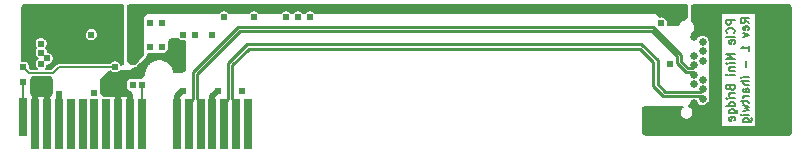
<source format=gbl>
G04 #@! TF.FileFunction,Copper,L4,Bot,Signal*
%FSLAX46Y46*%
G04 Gerber Fmt 4.6, Leading zero omitted, Abs format (unit mm)*
G04 Created by KiCad (PCBNEW 4.0.7) date Thursday, January 18, 2018 'PMt' 01:39:02 PM*
%MOMM*%
%LPD*%
G01*
G04 APERTURE LIST*
%ADD10C,0.100000*%
%ADD11C,0.152400*%
%ADD12C,1.204800*%
%ADD13C,0.672800*%
%ADD14R,0.700000X3.200000*%
%ADD15R,0.700000X4.300000*%
%ADD16C,0.609600*%
%ADD17C,0.500000*%
%ADD18C,0.203200*%
%ADD19C,0.236000*%
%ADD20C,0.235000*%
G04 APERTURE END LIST*
D10*
D11*
X60965467Y12249998D02*
X60265467Y12249998D01*
X60265467Y11983332D01*
X60298800Y11916665D01*
X60332133Y11883332D01*
X60398800Y11849998D01*
X60498800Y11849998D01*
X60565467Y11883332D01*
X60598800Y11916665D01*
X60632133Y11983332D01*
X60632133Y12249998D01*
X60898800Y11149998D02*
X60932133Y11183332D01*
X60965467Y11283332D01*
X60965467Y11349998D01*
X60932133Y11449998D01*
X60865467Y11516665D01*
X60798800Y11549998D01*
X60665467Y11583332D01*
X60565467Y11583332D01*
X60432133Y11549998D01*
X60365467Y11516665D01*
X60298800Y11449998D01*
X60265467Y11349998D01*
X60265467Y11283332D01*
X60298800Y11183332D01*
X60332133Y11149998D01*
X60965467Y10849998D02*
X60265467Y10849998D01*
X60932133Y10249999D02*
X60965467Y10316665D01*
X60965467Y10449999D01*
X60932133Y10516665D01*
X60865467Y10549999D01*
X60598800Y10549999D01*
X60532133Y10516665D01*
X60498800Y10449999D01*
X60498800Y10316665D01*
X60532133Y10249999D01*
X60598800Y10216665D01*
X60665467Y10216665D01*
X60732133Y10549999D01*
X60965467Y9383332D02*
X60265467Y9383332D01*
X60765467Y9149999D01*
X60265467Y8916666D01*
X60965467Y8916666D01*
X60965467Y8583332D02*
X60498800Y8583332D01*
X60265467Y8583332D02*
X60298800Y8616666D01*
X60332133Y8583332D01*
X60298800Y8549999D01*
X60265467Y8583332D01*
X60332133Y8583332D01*
X60498800Y8249999D02*
X60965467Y8249999D01*
X60565467Y8249999D02*
X60532133Y8216666D01*
X60498800Y8149999D01*
X60498800Y8049999D01*
X60532133Y7983333D01*
X60598800Y7949999D01*
X60965467Y7949999D01*
X60965467Y7616666D02*
X60498800Y7616666D01*
X60265467Y7616666D02*
X60298800Y7650000D01*
X60332133Y7616666D01*
X60298800Y7583333D01*
X60265467Y7616666D01*
X60332133Y7616666D01*
X60598800Y6516667D02*
X60632133Y6416667D01*
X60665467Y6383334D01*
X60732133Y6350000D01*
X60832133Y6350000D01*
X60898800Y6383334D01*
X60932133Y6416667D01*
X60965467Y6483334D01*
X60965467Y6750000D01*
X60265467Y6750000D01*
X60265467Y6516667D01*
X60298800Y6450000D01*
X60332133Y6416667D01*
X60398800Y6383334D01*
X60465467Y6383334D01*
X60532133Y6416667D01*
X60565467Y6450000D01*
X60598800Y6516667D01*
X60598800Y6750000D01*
X60965467Y6050000D02*
X60498800Y6050000D01*
X60632133Y6050000D02*
X60565467Y6016667D01*
X60532133Y5983334D01*
X60498800Y5916667D01*
X60498800Y5850000D01*
X60965467Y5616667D02*
X60498800Y5616667D01*
X60265467Y5616667D02*
X60298800Y5650001D01*
X60332133Y5616667D01*
X60298800Y5583334D01*
X60265467Y5616667D01*
X60332133Y5616667D01*
X60965467Y4983334D02*
X60265467Y4983334D01*
X60932133Y4983334D02*
X60965467Y5050001D01*
X60965467Y5183334D01*
X60932133Y5250001D01*
X60898800Y5283334D01*
X60832133Y5316668D01*
X60632133Y5316668D01*
X60565467Y5283334D01*
X60532133Y5250001D01*
X60498800Y5183334D01*
X60498800Y5050001D01*
X60532133Y4983334D01*
X60498800Y4350001D02*
X61065467Y4350001D01*
X61132133Y4383335D01*
X61165467Y4416668D01*
X61198800Y4483335D01*
X61198800Y4583335D01*
X61165467Y4650001D01*
X60932133Y4350001D02*
X60965467Y4416668D01*
X60965467Y4550001D01*
X60932133Y4616668D01*
X60898800Y4650001D01*
X60832133Y4683335D01*
X60632133Y4683335D01*
X60565467Y4650001D01*
X60532133Y4616668D01*
X60498800Y4550001D01*
X60498800Y4416668D01*
X60532133Y4350001D01*
X60932133Y3750002D02*
X60965467Y3816668D01*
X60965467Y3950002D01*
X60932133Y4016668D01*
X60865467Y4050002D01*
X60598800Y4050002D01*
X60532133Y4016668D01*
X60498800Y3950002D01*
X60498800Y3816668D01*
X60532133Y3750002D01*
X60598800Y3716668D01*
X60665467Y3716668D01*
X60732133Y4050002D01*
X62167867Y11983331D02*
X61834533Y12216665D01*
X62167867Y12383331D02*
X61467867Y12383331D01*
X61467867Y12116665D01*
X61501200Y12049998D01*
X61534533Y12016665D01*
X61601200Y11983331D01*
X61701200Y11983331D01*
X61767867Y12016665D01*
X61801200Y12049998D01*
X61834533Y12116665D01*
X61834533Y12383331D01*
X62134533Y11416665D02*
X62167867Y11483331D01*
X62167867Y11616665D01*
X62134533Y11683331D01*
X62067867Y11716665D01*
X61801200Y11716665D01*
X61734533Y11683331D01*
X61701200Y11616665D01*
X61701200Y11483331D01*
X61734533Y11416665D01*
X61801200Y11383331D01*
X61867867Y11383331D01*
X61934533Y11716665D01*
X61701200Y11149998D02*
X62167867Y10983331D01*
X61701200Y10816665D01*
X62167867Y9649999D02*
X62167867Y10049999D01*
X62167867Y9849999D02*
X61467867Y9849999D01*
X61567867Y9916665D01*
X61634533Y9983332D01*
X61667867Y10049999D01*
X61901200Y8816665D02*
X61901200Y8283332D01*
X62167867Y7416665D02*
X61701200Y7416665D01*
X61467867Y7416665D02*
X61501200Y7449999D01*
X61534533Y7416665D01*
X61501200Y7383332D01*
X61467867Y7416665D01*
X61534533Y7416665D01*
X62167867Y7083332D02*
X61467867Y7083332D01*
X62167867Y6783332D02*
X61801200Y6783332D01*
X61734533Y6816666D01*
X61701200Y6883332D01*
X61701200Y6983332D01*
X61734533Y7049999D01*
X61767867Y7083332D01*
X62167867Y6149999D02*
X61801200Y6149999D01*
X61734533Y6183333D01*
X61701200Y6249999D01*
X61701200Y6383333D01*
X61734533Y6449999D01*
X62134533Y6149999D02*
X62167867Y6216666D01*
X62167867Y6383333D01*
X62134533Y6449999D01*
X62067867Y6483333D01*
X62001200Y6483333D01*
X61934533Y6449999D01*
X61901200Y6383333D01*
X61901200Y6216666D01*
X61867867Y6149999D01*
X62167867Y5816666D02*
X61701200Y5816666D01*
X61834533Y5816666D02*
X61767867Y5783333D01*
X61734533Y5750000D01*
X61701200Y5683333D01*
X61701200Y5616666D01*
X61701200Y5483333D02*
X61701200Y5216667D01*
X61467867Y5383333D02*
X62067867Y5383333D01*
X62134533Y5350000D01*
X62167867Y5283333D01*
X62167867Y5216667D01*
X61701200Y5050000D02*
X62167867Y4916667D01*
X61834533Y4783333D01*
X62167867Y4650000D01*
X61701200Y4516667D01*
X62167867Y4250000D02*
X61701200Y4250000D01*
X61467867Y4250000D02*
X61501200Y4283334D01*
X61534533Y4250000D01*
X61501200Y4216667D01*
X61467867Y4250000D01*
X61534533Y4250000D01*
X61701200Y3616667D02*
X62267867Y3616667D01*
X62334533Y3650001D01*
X62367867Y3683334D01*
X62401200Y3750001D01*
X62401200Y3850001D01*
X62367867Y3916667D01*
X62134533Y3616667D02*
X62167867Y3683334D01*
X62167867Y3816667D01*
X62134533Y3883334D01*
X62101200Y3916667D01*
X62034533Y3950001D01*
X61834533Y3950001D01*
X61767867Y3916667D01*
X61734533Y3883334D01*
X61701200Y3816667D01*
X61701200Y3683334D01*
X61734533Y3616667D01*
D12*
X58140000Y3870000D03*
X58140000Y12130000D03*
X64090000Y12490000D03*
X64090000Y3510000D03*
D13*
X57550000Y10800000D03*
X58250000Y10400000D03*
X58250000Y9600000D03*
X58250000Y8800000D03*
X57550000Y9200000D03*
X57550000Y8400000D03*
X57550000Y7600000D03*
X57550000Y6800000D03*
X58250000Y7200000D03*
X58250000Y6400000D03*
X58250000Y5600000D03*
X57550000Y5200000D03*
D14*
X750000Y4000000D03*
D15*
X1750000Y3450000D03*
X2750000Y3450000D03*
X3750000Y3450000D03*
X4750000Y3450000D03*
X5750000Y3450000D03*
X6750000Y3450000D03*
X7750000Y3450000D03*
X8750000Y3450000D03*
X9750000Y3450000D03*
X10750000Y3450000D03*
X13750000Y3450000D03*
X14750000Y3450000D03*
X15750000Y3450000D03*
X16750000Y3450000D03*
X17750000Y3450000D03*
X18750000Y3450000D03*
X19750000Y3450000D03*
D16*
X54750000Y12000000D03*
X55500000Y4750000D03*
X19283410Y6250000D03*
X12500000Y10000000D03*
X11500000Y10000000D03*
X17250000Y6250000D03*
X14250000Y6250000D03*
X12500000Y12000000D03*
X11500000Y12000000D03*
X4750000Y12000000D03*
X3750000Y12000000D03*
X3750000Y10000000D03*
X4750000Y10000000D03*
X6750000Y6031802D03*
X3750000Y6000000D03*
X7500000Y11000000D03*
X16750000Y11000000D03*
X15250000Y11000000D03*
X17750000Y12500000D03*
X8500000Y8283410D03*
X750000Y8250000D03*
X750000Y7000000D03*
X25000000Y12500000D03*
X2750000Y7000000D03*
X1750000Y7000000D03*
X2750000Y6000000D03*
X1750000Y6000000D03*
X14000000Y10250000D03*
X14000000Y9500000D03*
X14000000Y8500000D03*
X13500000Y9000000D03*
X7750000Y7000000D03*
X7750000Y6031802D03*
X10750000Y6750000D03*
X23000000Y12500000D03*
X10000000Y6750000D03*
X20250000Y12500000D03*
X55750000Y12000000D03*
X55000000Y12750000D03*
X55750000Y12750000D03*
X56500000Y12750000D03*
X10000000Y8750000D03*
X10000000Y11000000D03*
X10000000Y10250000D03*
X10000000Y9500000D03*
X55462415Y8509890D03*
X2250000Y10250000D03*
X2250000Y9500000D03*
X2250000Y8500000D03*
X2750000Y9000000D03*
X24000000Y12500000D03*
X6500000Y11000000D03*
X14250000Y11000000D03*
D17*
X13750000Y3450000D02*
X13750000Y5803200D01*
X13750000Y5803200D02*
X14196800Y6250000D01*
X14196800Y6250000D02*
X14250000Y6250000D01*
X16750000Y3450000D02*
X16750000Y5803200D01*
X17196800Y6250000D02*
X17250000Y6250000D01*
X16750000Y5803200D02*
X17196800Y6250000D01*
X3750000Y3450000D02*
X3750000Y6000000D01*
D18*
X8500000Y8283410D02*
X3783410Y8283410D01*
X3783410Y8283410D02*
X3250000Y7750000D01*
X750000Y8250000D02*
X1250000Y7750000D01*
X1250000Y7750000D02*
X3250000Y7750000D01*
X750000Y4000000D02*
X750000Y7000000D01*
X2750000Y6000000D02*
X2750000Y7000000D01*
X1750000Y6000000D02*
X1750000Y7000000D01*
D17*
X2750000Y3450000D02*
X2750000Y6000000D01*
X1750000Y3450000D02*
X1750000Y6000000D01*
D18*
X9750000Y3450000D02*
X9750000Y5803200D01*
X9750000Y5803200D02*
X9521398Y6031802D01*
X9521398Y6031802D02*
X8521398Y6031802D01*
X8750000Y3450000D02*
X8750000Y5803200D01*
X8181052Y6031802D02*
X7750000Y6031802D01*
X8750000Y5803200D02*
X8521398Y6031802D01*
X8521398Y6031802D02*
X8181052Y6031802D01*
X10750000Y3450000D02*
X10750000Y6750000D01*
D19*
X15068500Y7825178D02*
X15068500Y5568500D01*
X54075178Y11681500D02*
X18924823Y11681499D01*
X56971815Y8181499D02*
X56431500Y8721814D01*
X56431500Y8721814D02*
X56431500Y9325178D01*
X57550000Y8400000D02*
X57331499Y8181499D01*
X57331499Y8181499D02*
X56971815Y8181499D01*
X56431500Y9325178D02*
X54075178Y11681500D01*
X18924823Y11681499D02*
X15068500Y7825178D01*
X14750000Y5250000D02*
X14750000Y3450000D01*
X15068500Y5568500D02*
X14750000Y5250000D01*
D20*
X15431500Y6624822D02*
X15431500Y7674822D01*
D19*
X56068500Y8571458D02*
X56068500Y9174822D01*
X57550000Y7600000D02*
X57331499Y7818501D01*
X56068500Y9174822D02*
X53924822Y11318500D01*
X57331499Y7818501D02*
X56821457Y7818501D01*
X53924822Y11318500D02*
X19075179Y11318501D01*
X56821457Y7818501D02*
X56068500Y8571458D01*
X19075179Y11318501D02*
X15431500Y7674822D01*
X15431500Y6624822D02*
X15431500Y5568500D01*
X15750000Y5250000D02*
X15750000Y3450000D01*
X15431500Y5568500D02*
X15750000Y5250000D01*
X58031499Y6181499D02*
X58250000Y6400000D01*
X55075179Y6181499D02*
X58031499Y6181499D01*
X17750000Y3450000D02*
X17750000Y5250000D01*
X17750000Y5250000D02*
X18068500Y5568500D01*
X18068500Y5568500D02*
X18068500Y8575178D01*
X18068500Y8575178D02*
X19674822Y10181500D01*
X54431500Y8825178D02*
X54431500Y6825178D01*
X54431500Y6825178D02*
X55075179Y6181499D01*
X19674822Y10181500D02*
X53075178Y10181500D01*
X53075178Y10181500D02*
X54431500Y8825178D01*
D20*
X18431500Y8424822D02*
X18431500Y7374822D01*
D19*
X58250000Y5600000D02*
X58031499Y5818501D01*
X58031499Y5818501D02*
X54924821Y5818501D01*
X54068500Y8674822D02*
X52924822Y9818500D01*
X54068500Y6674822D02*
X54068500Y8674822D01*
X54924821Y5818501D02*
X54068500Y6674822D01*
X18750000Y5250000D02*
X18750000Y3450000D01*
X52924822Y9818500D02*
X19825178Y9818500D01*
X19825178Y9818500D02*
X18431500Y8424822D01*
X18431500Y5568500D02*
X18750000Y5250000D01*
X18431500Y7374822D02*
X18431500Y5568500D01*
D18*
G36*
X13886078Y10572393D02*
X13976065Y10509851D01*
X14076486Y10465978D01*
X14183516Y10442446D01*
X14293078Y10440151D01*
X14397715Y10458601D01*
X14398400Y10457916D01*
X14398400Y8042084D01*
X14207916Y7851600D01*
X13515597Y7851600D01*
X13513502Y7870280D01*
X13504375Y7913216D01*
X13495861Y7956220D01*
X13493862Y7962676D01*
X13446652Y8111501D01*
X13429372Y8151817D01*
X13412655Y8192377D01*
X13409441Y8198322D01*
X13334224Y8335142D01*
X13309450Y8371324D01*
X13285164Y8407877D01*
X13280856Y8413084D01*
X13180496Y8532688D01*
X13149148Y8563387D01*
X13118244Y8594507D01*
X13113007Y8598778D01*
X12991327Y8696611D01*
X12954602Y8720643D01*
X12918253Y8745161D01*
X12912286Y8748334D01*
X12773920Y8820670D01*
X12733219Y8837114D01*
X12692810Y8854101D01*
X12686340Y8856055D01*
X12536559Y8900138D01*
X12493461Y8908359D01*
X12450498Y8917179D01*
X12443774Y8917838D01*
X12443772Y8917838D01*
X12288282Y8931989D01*
X12244414Y8931682D01*
X12200546Y8931989D01*
X12193821Y8931329D01*
X12038544Y8915008D01*
X11995615Y8906196D01*
X11952486Y8897969D01*
X11946017Y8896015D01*
X11796867Y8849846D01*
X11756419Y8832844D01*
X11715752Y8816413D01*
X11709792Y8813244D01*
X11709788Y8813242D01*
X11709785Y8813240D01*
X11572443Y8738979D01*
X11536072Y8714447D01*
X11499370Y8690430D01*
X11494133Y8686159D01*
X11373830Y8586636D01*
X11342909Y8555498D01*
X11311577Y8524816D01*
X11307269Y8519608D01*
X11208589Y8398615D01*
X11184310Y8362071D01*
X11159531Y8325883D01*
X11156317Y8319938D01*
X11083017Y8182081D01*
X11066321Y8141574D01*
X11049018Y8101203D01*
X11047020Y8094747D01*
X11001893Y7945277D01*
X10993376Y7902263D01*
X10984252Y7859339D01*
X10983546Y7852617D01*
X10968310Y7697231D01*
X10968310Y7676932D01*
X10966047Y7656758D01*
X10966000Y7650000D01*
X10966000Y7609684D01*
X10707916Y7351600D01*
X9750000Y7351600D01*
X9721695Y7347578D01*
X9695631Y7335829D01*
X9678158Y7321842D01*
X9428158Y7071842D01*
X9410988Y7048983D01*
X9400865Y7022245D01*
X9398400Y7000000D01*
X9398400Y6500000D01*
X9402422Y6471695D01*
X9414171Y6445631D01*
X9428158Y6428158D01*
X9898400Y5957916D01*
X9898400Y5351600D01*
X9601600Y5351600D01*
X9601600Y5750000D01*
X9597578Y5778305D01*
X9585829Y5804369D01*
X9567284Y5826128D01*
X9543411Y5841859D01*
X9516102Y5850316D01*
X9500000Y5851600D01*
X9000000Y5851600D01*
X8971695Y5847578D01*
X8945631Y5835829D01*
X8923872Y5817284D01*
X8908141Y5793411D01*
X8899684Y5766102D01*
X8898400Y5750000D01*
X8898400Y5351600D01*
X8601600Y5351600D01*
X8601600Y5750000D01*
X8597578Y5778305D01*
X8585829Y5804369D01*
X8567284Y5826128D01*
X8543411Y5841859D01*
X8516102Y5850316D01*
X8500000Y5851600D01*
X8125529Y5851600D01*
X8100000Y5855228D01*
X7538456Y5855228D01*
X7351600Y6042084D01*
X7351600Y7207916D01*
X8042084Y7898400D01*
X8094943Y7898400D01*
X8136078Y7855803D01*
X8226065Y7793261D01*
X8326486Y7749388D01*
X8433516Y7725856D01*
X8543078Y7723561D01*
X8651000Y7742590D01*
X8753170Y7782219D01*
X8845696Y7840939D01*
X8906036Y7898400D01*
X9750000Y7898400D01*
X9778305Y7902422D01*
X9804369Y7914171D01*
X9821842Y7928158D01*
X10089684Y8196000D01*
X10200000Y8196000D01*
X10295578Y8214669D01*
X10379605Y8270395D01*
X11179605Y9070395D01*
X11233988Y9151180D01*
X11254000Y9250000D01*
X11254000Y9360316D01*
X11292084Y9398400D01*
X12750000Y9398400D01*
X12778305Y9402422D01*
X12804369Y9414171D01*
X12821842Y9428158D01*
X13071842Y9678158D01*
X13089012Y9701017D01*
X13099135Y9727755D01*
X13101600Y9750000D01*
X13101600Y10457916D01*
X13292084Y10648400D01*
X13812679Y10648400D01*
X13886078Y10572393D01*
X13886078Y10572393D01*
G37*
X13886078Y10572393D02*
X13976065Y10509851D01*
X14076486Y10465978D01*
X14183516Y10442446D01*
X14293078Y10440151D01*
X14397715Y10458601D01*
X14398400Y10457916D01*
X14398400Y8042084D01*
X14207916Y7851600D01*
X13515597Y7851600D01*
X13513502Y7870280D01*
X13504375Y7913216D01*
X13495861Y7956220D01*
X13493862Y7962676D01*
X13446652Y8111501D01*
X13429372Y8151817D01*
X13412655Y8192377D01*
X13409441Y8198322D01*
X13334224Y8335142D01*
X13309450Y8371324D01*
X13285164Y8407877D01*
X13280856Y8413084D01*
X13180496Y8532688D01*
X13149148Y8563387D01*
X13118244Y8594507D01*
X13113007Y8598778D01*
X12991327Y8696611D01*
X12954602Y8720643D01*
X12918253Y8745161D01*
X12912286Y8748334D01*
X12773920Y8820670D01*
X12733219Y8837114D01*
X12692810Y8854101D01*
X12686340Y8856055D01*
X12536559Y8900138D01*
X12493461Y8908359D01*
X12450498Y8917179D01*
X12443774Y8917838D01*
X12443772Y8917838D01*
X12288282Y8931989D01*
X12244414Y8931682D01*
X12200546Y8931989D01*
X12193821Y8931329D01*
X12038544Y8915008D01*
X11995615Y8906196D01*
X11952486Y8897969D01*
X11946017Y8896015D01*
X11796867Y8849846D01*
X11756419Y8832844D01*
X11715752Y8816413D01*
X11709792Y8813244D01*
X11709788Y8813242D01*
X11709785Y8813240D01*
X11572443Y8738979D01*
X11536072Y8714447D01*
X11499370Y8690430D01*
X11494133Y8686159D01*
X11373830Y8586636D01*
X11342909Y8555498D01*
X11311577Y8524816D01*
X11307269Y8519608D01*
X11208589Y8398615D01*
X11184310Y8362071D01*
X11159531Y8325883D01*
X11156317Y8319938D01*
X11083017Y8182081D01*
X11066321Y8141574D01*
X11049018Y8101203D01*
X11047020Y8094747D01*
X11001893Y7945277D01*
X10993376Y7902263D01*
X10984252Y7859339D01*
X10983546Y7852617D01*
X10968310Y7697231D01*
X10968310Y7676932D01*
X10966047Y7656758D01*
X10966000Y7650000D01*
X10966000Y7609684D01*
X10707916Y7351600D01*
X9750000Y7351600D01*
X9721695Y7347578D01*
X9695631Y7335829D01*
X9678158Y7321842D01*
X9428158Y7071842D01*
X9410988Y7048983D01*
X9400865Y7022245D01*
X9398400Y7000000D01*
X9398400Y6500000D01*
X9402422Y6471695D01*
X9414171Y6445631D01*
X9428158Y6428158D01*
X9898400Y5957916D01*
X9898400Y5351600D01*
X9601600Y5351600D01*
X9601600Y5750000D01*
X9597578Y5778305D01*
X9585829Y5804369D01*
X9567284Y5826128D01*
X9543411Y5841859D01*
X9516102Y5850316D01*
X9500000Y5851600D01*
X9000000Y5851600D01*
X8971695Y5847578D01*
X8945631Y5835829D01*
X8923872Y5817284D01*
X8908141Y5793411D01*
X8899684Y5766102D01*
X8898400Y5750000D01*
X8898400Y5351600D01*
X8601600Y5351600D01*
X8601600Y5750000D01*
X8597578Y5778305D01*
X8585829Y5804369D01*
X8567284Y5826128D01*
X8543411Y5841859D01*
X8516102Y5850316D01*
X8500000Y5851600D01*
X8125529Y5851600D01*
X8100000Y5855228D01*
X7538456Y5855228D01*
X7351600Y6042084D01*
X7351600Y7207916D01*
X8042084Y7898400D01*
X8094943Y7898400D01*
X8136078Y7855803D01*
X8226065Y7793261D01*
X8326486Y7749388D01*
X8433516Y7725856D01*
X8543078Y7723561D01*
X8651000Y7742590D01*
X8753170Y7782219D01*
X8845696Y7840939D01*
X8906036Y7898400D01*
X9750000Y7898400D01*
X9778305Y7902422D01*
X9804369Y7914171D01*
X9821842Y7928158D01*
X10089684Y8196000D01*
X10200000Y8196000D01*
X10295578Y8214669D01*
X10379605Y8270395D01*
X11179605Y9070395D01*
X11233988Y9151180D01*
X11254000Y9250000D01*
X11254000Y9360316D01*
X11292084Y9398400D01*
X12750000Y9398400D01*
X12778305Y9402422D01*
X12804369Y9414171D01*
X12821842Y9428158D01*
X13071842Y9678158D01*
X13089012Y9701017D01*
X13099135Y9727755D01*
X13101600Y9750000D01*
X13101600Y10457916D01*
X13292084Y10648400D01*
X13812679Y10648400D01*
X13886078Y10572393D01*
G36*
X3148400Y7207916D02*
X3148400Y6042084D01*
X2957916Y5851600D01*
X1542084Y5851600D01*
X1351600Y6042084D01*
X1351600Y7207916D01*
X1538084Y7394400D01*
X2961916Y7394400D01*
X3148400Y7207916D01*
X3148400Y7207916D01*
G37*
X3148400Y7207916D02*
X3148400Y6042084D01*
X2957916Y5851600D01*
X1542084Y5851600D01*
X1351600Y6042084D01*
X1351600Y7207916D01*
X1538084Y7394400D01*
X2961916Y7394400D01*
X3148400Y7207916D01*
G36*
X56898400Y13457916D02*
X56898400Y12542084D01*
X56642675Y12286359D01*
X56550623Y12249168D01*
X56430996Y12170886D01*
X56328852Y12070859D01*
X56248082Y11952898D01*
X56202227Y11845911D01*
X56157916Y11801600D01*
X55342084Y11801600D01*
X55289856Y11853828D01*
X55307076Y11929625D01*
X55308824Y12054793D01*
X55287539Y12162293D01*
X55245779Y12263610D01*
X55185134Y12354887D01*
X55107916Y12432646D01*
X55017065Y12493926D01*
X54916041Y12536393D01*
X54808693Y12558428D01*
X54699109Y12559193D01*
X54602853Y12540831D01*
X54321842Y12821842D01*
X54298983Y12839012D01*
X54272245Y12849135D01*
X54250000Y12851600D01*
X25437318Y12851600D01*
X25435134Y12854887D01*
X25357916Y12932646D01*
X25267065Y12993926D01*
X25166041Y13036393D01*
X25058693Y13058428D01*
X24949109Y13059193D01*
X24841464Y13038659D01*
X24739857Y12997607D01*
X24648159Y12937601D01*
X24569863Y12860928D01*
X24563476Y12851600D01*
X24437318Y12851600D01*
X24435134Y12854887D01*
X24357916Y12932646D01*
X24267065Y12993926D01*
X24166041Y13036393D01*
X24058693Y13058428D01*
X23949109Y13059193D01*
X23841464Y13038659D01*
X23739857Y12997607D01*
X23648159Y12937601D01*
X23569863Y12860928D01*
X23563476Y12851600D01*
X23437318Y12851600D01*
X23435134Y12854887D01*
X23357916Y12932646D01*
X23267065Y12993926D01*
X23166041Y13036393D01*
X23058693Y13058428D01*
X22949109Y13059193D01*
X22841464Y13038659D01*
X22739857Y12997607D01*
X22648159Y12937601D01*
X22569863Y12860928D01*
X22563476Y12851600D01*
X20687318Y12851600D01*
X20685134Y12854887D01*
X20607916Y12932646D01*
X20517065Y12993926D01*
X20416041Y13036393D01*
X20308693Y13058428D01*
X20199109Y13059193D01*
X20091464Y13038659D01*
X19989857Y12997607D01*
X19898159Y12937601D01*
X19819863Y12860928D01*
X19813476Y12851600D01*
X18187318Y12851600D01*
X18185134Y12854887D01*
X18107916Y12932646D01*
X18017065Y12993926D01*
X17916041Y13036393D01*
X17808693Y13058428D01*
X17699109Y13059193D01*
X17591464Y13038659D01*
X17489857Y12997607D01*
X17398159Y12937601D01*
X17319863Y12860928D01*
X17313476Y12851600D01*
X11250000Y12851600D01*
X11221695Y12847578D01*
X11195631Y12835829D01*
X11178158Y12821842D01*
X10928158Y12571842D01*
X10910988Y12548983D01*
X10900865Y12522245D01*
X10898400Y12500000D01*
X10898400Y9292084D01*
X10157916Y8551600D01*
X9842084Y8551600D01*
X9601600Y8792084D01*
X9601600Y13457916D01*
X9659684Y13516000D01*
X56840316Y13516000D01*
X56898400Y13457916D01*
X56898400Y13457916D01*
G37*
X56898400Y13457916D02*
X56898400Y12542084D01*
X56642675Y12286359D01*
X56550623Y12249168D01*
X56430996Y12170886D01*
X56328852Y12070859D01*
X56248082Y11952898D01*
X56202227Y11845911D01*
X56157916Y11801600D01*
X55342084Y11801600D01*
X55289856Y11853828D01*
X55307076Y11929625D01*
X55308824Y12054793D01*
X55287539Y12162293D01*
X55245779Y12263610D01*
X55185134Y12354887D01*
X55107916Y12432646D01*
X55017065Y12493926D01*
X54916041Y12536393D01*
X54808693Y12558428D01*
X54699109Y12559193D01*
X54602853Y12540831D01*
X54321842Y12821842D01*
X54298983Y12839012D01*
X54272245Y12849135D01*
X54250000Y12851600D01*
X25437318Y12851600D01*
X25435134Y12854887D01*
X25357916Y12932646D01*
X25267065Y12993926D01*
X25166041Y13036393D01*
X25058693Y13058428D01*
X24949109Y13059193D01*
X24841464Y13038659D01*
X24739857Y12997607D01*
X24648159Y12937601D01*
X24569863Y12860928D01*
X24563476Y12851600D01*
X24437318Y12851600D01*
X24435134Y12854887D01*
X24357916Y12932646D01*
X24267065Y12993926D01*
X24166041Y13036393D01*
X24058693Y13058428D01*
X23949109Y13059193D01*
X23841464Y13038659D01*
X23739857Y12997607D01*
X23648159Y12937601D01*
X23569863Y12860928D01*
X23563476Y12851600D01*
X23437318Y12851600D01*
X23435134Y12854887D01*
X23357916Y12932646D01*
X23267065Y12993926D01*
X23166041Y13036393D01*
X23058693Y13058428D01*
X22949109Y13059193D01*
X22841464Y13038659D01*
X22739857Y12997607D01*
X22648159Y12937601D01*
X22569863Y12860928D01*
X22563476Y12851600D01*
X20687318Y12851600D01*
X20685134Y12854887D01*
X20607916Y12932646D01*
X20517065Y12993926D01*
X20416041Y13036393D01*
X20308693Y13058428D01*
X20199109Y13059193D01*
X20091464Y13038659D01*
X19989857Y12997607D01*
X19898159Y12937601D01*
X19819863Y12860928D01*
X19813476Y12851600D01*
X18187318Y12851600D01*
X18185134Y12854887D01*
X18107916Y12932646D01*
X18017065Y12993926D01*
X17916041Y13036393D01*
X17808693Y13058428D01*
X17699109Y13059193D01*
X17591464Y13038659D01*
X17489857Y12997607D01*
X17398159Y12937601D01*
X17319863Y12860928D01*
X17313476Y12851600D01*
X11250000Y12851600D01*
X11221695Y12847578D01*
X11195631Y12835829D01*
X11178158Y12821842D01*
X10928158Y12571842D01*
X10910988Y12548983D01*
X10900865Y12522245D01*
X10898400Y12500000D01*
X10898400Y9292084D01*
X10157916Y8551600D01*
X9842084Y8551600D01*
X9601600Y8792084D01*
X9601600Y13457916D01*
X9659684Y13516000D01*
X56840316Y13516000D01*
X56898400Y13457916D01*
G36*
X9148400Y13457916D02*
X9148400Y8542084D01*
X9039932Y8433616D01*
X9037539Y8445703D01*
X8995779Y8547020D01*
X8935134Y8638297D01*
X8857916Y8716056D01*
X8767065Y8777336D01*
X8666041Y8819803D01*
X8558693Y8841838D01*
X8449109Y8842603D01*
X8341464Y8822069D01*
X8239857Y8781017D01*
X8148159Y8721011D01*
X8069863Y8644338D01*
X8066215Y8639010D01*
X3783410Y8639010D01*
X3750688Y8635802D01*
X3717997Y8632942D01*
X3716202Y8632421D01*
X3714340Y8632238D01*
X3682874Y8622738D01*
X3651352Y8613580D01*
X3649693Y8612720D01*
X3647901Y8612179D01*
X3618852Y8596733D01*
X3589737Y8581641D01*
X3588279Y8580477D01*
X3586624Y8579597D01*
X3561116Y8558793D01*
X3535499Y8538343D01*
X3532897Y8535778D01*
X3532842Y8535733D01*
X3532800Y8535682D01*
X3531963Y8534857D01*
X3102706Y8105600D01*
X2646176Y8105600D01*
X2675056Y8133102D01*
X2738225Y8222650D01*
X2782798Y8322762D01*
X2807076Y8429625D01*
X2807258Y8442651D01*
X2901000Y8459180D01*
X3003170Y8498809D01*
X3095696Y8557529D01*
X3175056Y8633102D01*
X3238225Y8722650D01*
X3282798Y8822762D01*
X3307076Y8929625D01*
X3308824Y9054793D01*
X3287539Y9162293D01*
X3245779Y9263610D01*
X3185134Y9354887D01*
X3107916Y9432646D01*
X3017065Y9493926D01*
X2916041Y9536393D01*
X2808693Y9558428D01*
X2808103Y9558432D01*
X2787539Y9662293D01*
X2745779Y9763610D01*
X2685134Y9854887D01*
X2665835Y9874321D01*
X2675056Y9883102D01*
X2738225Y9972650D01*
X2782798Y10072762D01*
X2807076Y10179625D01*
X2808824Y10304793D01*
X2787539Y10412293D01*
X2745779Y10513610D01*
X2685134Y10604887D01*
X2607916Y10682646D01*
X2517065Y10743926D01*
X2416041Y10786393D01*
X2308693Y10808428D01*
X2199109Y10809193D01*
X2091464Y10788659D01*
X1989857Y10747607D01*
X1898159Y10687601D01*
X1819863Y10610928D01*
X1757950Y10520507D01*
X1714780Y10419782D01*
X1691995Y10312590D01*
X1690465Y10203015D01*
X1710248Y10095229D01*
X1750589Y9993338D01*
X1809953Y9901223D01*
X1834769Y9875525D01*
X1819863Y9860928D01*
X1757950Y9770507D01*
X1714780Y9669782D01*
X1691995Y9562590D01*
X1690465Y9453015D01*
X1710248Y9345229D01*
X1750589Y9243338D01*
X1809953Y9151223D01*
X1886078Y9072393D01*
X1976065Y9009851D01*
X1997252Y9000595D01*
X1989857Y8997607D01*
X1898159Y8937601D01*
X1819863Y8860928D01*
X1757950Y8770507D01*
X1714780Y8669782D01*
X1691995Y8562590D01*
X1690465Y8453015D01*
X1710248Y8345229D01*
X1750589Y8243338D01*
X1809953Y8151223D01*
X1854010Y8105600D01*
X1397294Y8105600D01*
X1307299Y8195595D01*
X1308824Y8304793D01*
X1287539Y8412293D01*
X1245779Y8513610D01*
X1185134Y8604887D01*
X1107916Y8682646D01*
X1017065Y8743926D01*
X916041Y8786393D01*
X808693Y8808428D01*
X699109Y8809193D01*
X591464Y8788659D01*
X584000Y8785643D01*
X584000Y10953015D01*
X5940465Y10953015D01*
X5960248Y10845229D01*
X6000589Y10743338D01*
X6059953Y10651223D01*
X6136078Y10572393D01*
X6226065Y10509851D01*
X6326486Y10465978D01*
X6433516Y10442446D01*
X6543078Y10440151D01*
X6651000Y10459180D01*
X6753170Y10498809D01*
X6845696Y10557529D01*
X6925056Y10633102D01*
X6988225Y10722650D01*
X7032798Y10822762D01*
X7057076Y10929625D01*
X7058824Y11054793D01*
X7037539Y11162293D01*
X6995779Y11263610D01*
X6935134Y11354887D01*
X6857916Y11432646D01*
X6767065Y11493926D01*
X6666041Y11536393D01*
X6558693Y11558428D01*
X6449109Y11559193D01*
X6341464Y11538659D01*
X6239857Y11497607D01*
X6148159Y11437601D01*
X6069863Y11360928D01*
X6007950Y11270507D01*
X5964780Y11169782D01*
X5941995Y11062590D01*
X5940465Y10953015D01*
X584000Y10953015D01*
X584000Y13299520D01*
X800480Y13516000D01*
X9090316Y13516000D01*
X9148400Y13457916D01*
X9148400Y13457916D01*
G37*
X9148400Y13457916D02*
X9148400Y8542084D01*
X9039932Y8433616D01*
X9037539Y8445703D01*
X8995779Y8547020D01*
X8935134Y8638297D01*
X8857916Y8716056D01*
X8767065Y8777336D01*
X8666041Y8819803D01*
X8558693Y8841838D01*
X8449109Y8842603D01*
X8341464Y8822069D01*
X8239857Y8781017D01*
X8148159Y8721011D01*
X8069863Y8644338D01*
X8066215Y8639010D01*
X3783410Y8639010D01*
X3750688Y8635802D01*
X3717997Y8632942D01*
X3716202Y8632421D01*
X3714340Y8632238D01*
X3682874Y8622738D01*
X3651352Y8613580D01*
X3649693Y8612720D01*
X3647901Y8612179D01*
X3618852Y8596733D01*
X3589737Y8581641D01*
X3588279Y8580477D01*
X3586624Y8579597D01*
X3561116Y8558793D01*
X3535499Y8538343D01*
X3532897Y8535778D01*
X3532842Y8535733D01*
X3532800Y8535682D01*
X3531963Y8534857D01*
X3102706Y8105600D01*
X2646176Y8105600D01*
X2675056Y8133102D01*
X2738225Y8222650D01*
X2782798Y8322762D01*
X2807076Y8429625D01*
X2807258Y8442651D01*
X2901000Y8459180D01*
X3003170Y8498809D01*
X3095696Y8557529D01*
X3175056Y8633102D01*
X3238225Y8722650D01*
X3282798Y8822762D01*
X3307076Y8929625D01*
X3308824Y9054793D01*
X3287539Y9162293D01*
X3245779Y9263610D01*
X3185134Y9354887D01*
X3107916Y9432646D01*
X3017065Y9493926D01*
X2916041Y9536393D01*
X2808693Y9558428D01*
X2808103Y9558432D01*
X2787539Y9662293D01*
X2745779Y9763610D01*
X2685134Y9854887D01*
X2665835Y9874321D01*
X2675056Y9883102D01*
X2738225Y9972650D01*
X2782798Y10072762D01*
X2807076Y10179625D01*
X2808824Y10304793D01*
X2787539Y10412293D01*
X2745779Y10513610D01*
X2685134Y10604887D01*
X2607916Y10682646D01*
X2517065Y10743926D01*
X2416041Y10786393D01*
X2308693Y10808428D01*
X2199109Y10809193D01*
X2091464Y10788659D01*
X1989857Y10747607D01*
X1898159Y10687601D01*
X1819863Y10610928D01*
X1757950Y10520507D01*
X1714780Y10419782D01*
X1691995Y10312590D01*
X1690465Y10203015D01*
X1710248Y10095229D01*
X1750589Y9993338D01*
X1809953Y9901223D01*
X1834769Y9875525D01*
X1819863Y9860928D01*
X1757950Y9770507D01*
X1714780Y9669782D01*
X1691995Y9562590D01*
X1690465Y9453015D01*
X1710248Y9345229D01*
X1750589Y9243338D01*
X1809953Y9151223D01*
X1886078Y9072393D01*
X1976065Y9009851D01*
X1997252Y9000595D01*
X1989857Y8997607D01*
X1898159Y8937601D01*
X1819863Y8860928D01*
X1757950Y8770507D01*
X1714780Y8669782D01*
X1691995Y8562590D01*
X1690465Y8453015D01*
X1710248Y8345229D01*
X1750589Y8243338D01*
X1809953Y8151223D01*
X1854010Y8105600D01*
X1397294Y8105600D01*
X1307299Y8195595D01*
X1308824Y8304793D01*
X1287539Y8412293D01*
X1245779Y8513610D01*
X1185134Y8604887D01*
X1107916Y8682646D01*
X1017065Y8743926D01*
X916041Y8786393D01*
X808693Y8808428D01*
X699109Y8809193D01*
X591464Y8788659D01*
X584000Y8785643D01*
X584000Y10953015D01*
X5940465Y10953015D01*
X5960248Y10845229D01*
X6000589Y10743338D01*
X6059953Y10651223D01*
X6136078Y10572393D01*
X6226065Y10509851D01*
X6326486Y10465978D01*
X6433516Y10442446D01*
X6543078Y10440151D01*
X6651000Y10459180D01*
X6753170Y10498809D01*
X6845696Y10557529D01*
X6925056Y10633102D01*
X6988225Y10722650D01*
X7032798Y10822762D01*
X7057076Y10929625D01*
X7058824Y11054793D01*
X7037539Y11162293D01*
X6995779Y11263610D01*
X6935134Y11354887D01*
X6857916Y11432646D01*
X6767065Y11493926D01*
X6666041Y11536393D01*
X6558693Y11558428D01*
X6449109Y11559193D01*
X6341464Y11538659D01*
X6239857Y11497607D01*
X6148159Y11437601D01*
X6069863Y11360928D01*
X6007950Y11270507D01*
X5964780Y11169782D01*
X5941995Y11062590D01*
X5940465Y10953015D01*
X584000Y10953015D01*
X584000Y13299520D01*
X800480Y13516000D01*
X9090316Y13516000D01*
X9148400Y13457916D01*
G36*
X65766000Y13299520D02*
X65766000Y2700480D01*
X65549520Y2484000D01*
X53450480Y2484000D01*
X53234000Y2700480D01*
X53234000Y4840316D01*
X53292084Y4898400D01*
X56594177Y4898400D01*
X56525441Y4853420D01*
X56444314Y4773975D01*
X56380163Y4680285D01*
X56335432Y4575919D01*
X56311824Y4464853D01*
X56310238Y4351316D01*
X56330736Y4239634D01*
X56372536Y4134060D01*
X56434046Y4038615D01*
X56512923Y3956935D01*
X56606162Y3892132D01*
X56710213Y3846673D01*
X56821112Y3822291D01*
X56934635Y3819913D01*
X57046458Y3839630D01*
X57152321Y3880692D01*
X57248193Y3941534D01*
X57330421Y4019839D01*
X57395874Y4112624D01*
X57442058Y4216355D01*
X57467214Y4327081D01*
X57469025Y4456774D01*
X57446970Y4568159D01*
X57403701Y4673139D01*
X57340864Y4767716D01*
X57260855Y4848286D01*
X57166719Y4911781D01*
X57088391Y4944707D01*
X57292084Y5148400D01*
X57807916Y5148400D01*
X57928158Y5028158D01*
X57960472Y5006405D01*
X58000000Y4998400D01*
X58500000Y4998400D01*
X58538231Y5005868D01*
X58571842Y5028158D01*
X58821842Y5278158D01*
X58843595Y5310472D01*
X58851600Y5350000D01*
X58851600Y10250000D01*
X58847578Y10278305D01*
X58835829Y10304369D01*
X58834206Y10306397D01*
X58838579Y10325645D01*
X58840426Y10457892D01*
X58817936Y10571470D01*
X58773815Y10678517D01*
X58709741Y10774956D01*
X58628156Y10857112D01*
X58532167Y10921858D01*
X58425431Y10966726D01*
X58312012Y10990007D01*
X58196232Y10990815D01*
X58082499Y10969120D01*
X57975146Y10925746D01*
X57878263Y10862348D01*
X57795539Y10781338D01*
X57730125Y10685804D01*
X57694035Y10601600D01*
X57542084Y10601600D01*
X57351600Y10792084D01*
X57351600Y11032866D01*
X57444519Y11121352D01*
X57526929Y11238174D01*
X57585077Y11368779D01*
X57616751Y11508190D01*
X57619031Y11671482D01*
X57591262Y11811724D01*
X57536783Y11943901D01*
X57457668Y12062979D01*
X57356930Y12164422D01*
X57351600Y12168017D01*
X57351600Y12803999D01*
X59828600Y12803999D01*
X59828600Y3196002D01*
X62741400Y3196002D01*
X62741400Y12803999D01*
X59828600Y12803999D01*
X57351600Y12803999D01*
X57351600Y13457916D01*
X57409684Y13516000D01*
X65549520Y13516000D01*
X65766000Y13299520D01*
X65766000Y13299520D01*
G37*
X65766000Y13299520D02*
X65766000Y2700480D01*
X65549520Y2484000D01*
X53450480Y2484000D01*
X53234000Y2700480D01*
X53234000Y4840316D01*
X53292084Y4898400D01*
X56594177Y4898400D01*
X56525441Y4853420D01*
X56444314Y4773975D01*
X56380163Y4680285D01*
X56335432Y4575919D01*
X56311824Y4464853D01*
X56310238Y4351316D01*
X56330736Y4239634D01*
X56372536Y4134060D01*
X56434046Y4038615D01*
X56512923Y3956935D01*
X56606162Y3892132D01*
X56710213Y3846673D01*
X56821112Y3822291D01*
X56934635Y3819913D01*
X57046458Y3839630D01*
X57152321Y3880692D01*
X57248193Y3941534D01*
X57330421Y4019839D01*
X57395874Y4112624D01*
X57442058Y4216355D01*
X57467214Y4327081D01*
X57469025Y4456774D01*
X57446970Y4568159D01*
X57403701Y4673139D01*
X57340864Y4767716D01*
X57260855Y4848286D01*
X57166719Y4911781D01*
X57088391Y4944707D01*
X57292084Y5148400D01*
X57807916Y5148400D01*
X57928158Y5028158D01*
X57960472Y5006405D01*
X58000000Y4998400D01*
X58500000Y4998400D01*
X58538231Y5005868D01*
X58571842Y5028158D01*
X58821842Y5278158D01*
X58843595Y5310472D01*
X58851600Y5350000D01*
X58851600Y10250000D01*
X58847578Y10278305D01*
X58835829Y10304369D01*
X58834206Y10306397D01*
X58838579Y10325645D01*
X58840426Y10457892D01*
X58817936Y10571470D01*
X58773815Y10678517D01*
X58709741Y10774956D01*
X58628156Y10857112D01*
X58532167Y10921858D01*
X58425431Y10966726D01*
X58312012Y10990007D01*
X58196232Y10990815D01*
X58082499Y10969120D01*
X57975146Y10925746D01*
X57878263Y10862348D01*
X57795539Y10781338D01*
X57730125Y10685804D01*
X57694035Y10601600D01*
X57542084Y10601600D01*
X57351600Y10792084D01*
X57351600Y11032866D01*
X57444519Y11121352D01*
X57526929Y11238174D01*
X57585077Y11368779D01*
X57616751Y11508190D01*
X57619031Y11671482D01*
X57591262Y11811724D01*
X57536783Y11943901D01*
X57457668Y12062979D01*
X57356930Y12164422D01*
X57351600Y12168017D01*
X57351600Y12803999D01*
X59828600Y12803999D01*
X59828600Y3196002D01*
X62741400Y3196002D01*
X62741400Y12803999D01*
X59828600Y12803999D01*
X57351600Y12803999D01*
X57351600Y13457916D01*
X57409684Y13516000D01*
X65549520Y13516000D01*
X65766000Y13299520D01*
M02*

</source>
